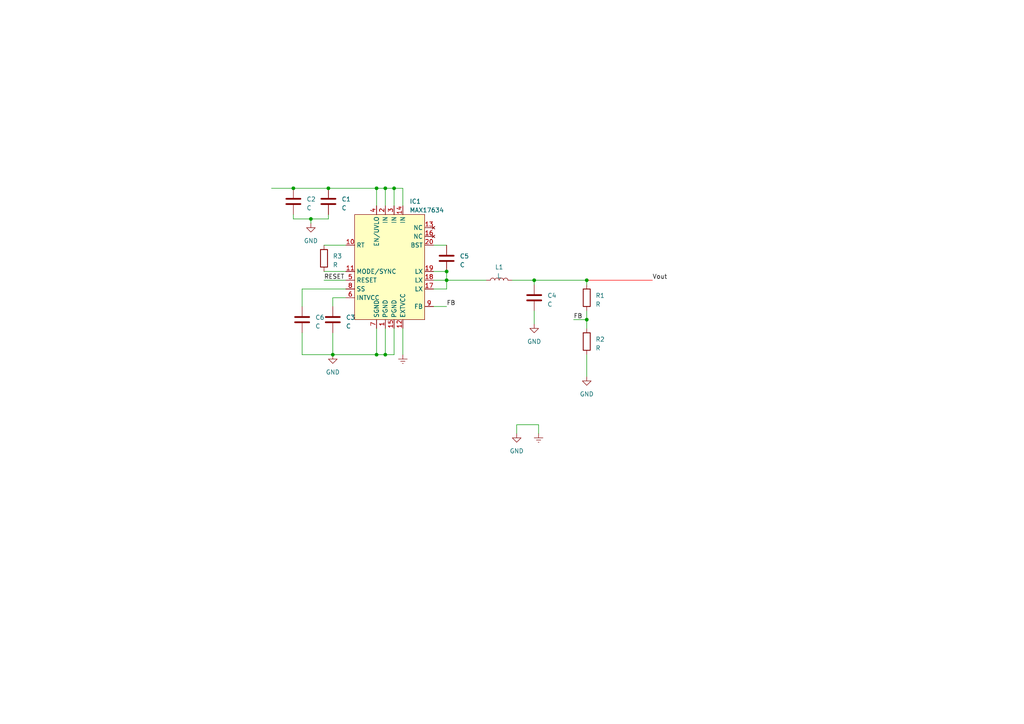
<source format=kicad_sch>
(kicad_sch (version 20230121) (generator eeschema)
  (paper "A4")
  (lib_symbols
    (symbol "Audio_DSP:MAX17634"
      (property "Reference" "IC" (at 10.16 19.05 0))
      (property "Value" "MAX17634" (at 10.16 16.51 0))
      (symbol "MAX17634_0_1"
        (rectangle (start -10.16 15.24) (end 10.16 -15.24) (fill (type background)))
      )
      (symbol "MAX17634_1_0"
        (pin no_connect line (at 12.7 8.89 180) (length 2.54) (name "NC") (number "16"))
      )
      (symbol "MAX17634_1_1"
        (pin passive line (at -1.27 -17.78 90) (length 2.54) (name "PGND") (number "1"))
        (pin passive line (at -12.7 6.35 0) (length 2.54) (name "RT") (number "10"))
        (pin passive line (at -12.7 -1.27 0) (length 2.54) (name "MODE/SYNC") (number "11"))
        (pin passive line (at 3.81 -17.78 90) (length 2.54) (name "EXTVCC") (number "12"))
        (pin no_connect line (at 12.7 11.43 180) (length 2.54) (name "NC") (number "13"))
        (pin power_in line (at 3.81 17.78 270) (length 2.54) (name "IN") (number "14"))
        (pin passive line (at 1.27 -17.78 90) (length 2.54) (name "PGND") (number "15"))
        (pin power_out line (at 12.7 -6.35 180) (length 2.54) (name "LX") (number "17"))
        (pin power_out line (at 12.7 -3.81 180) (length 2.54) (name "LX") (number "18"))
        (pin power_out line (at 12.7 -1.27 180) (length 2.54) (name "LX") (number "19"))
        (pin power_in line (at -1.27 17.78 270) (length 2.54) (name "IN") (number "2"))
        (pin passive line (at 12.7 6.35 180) (length 2.54) (name "BST") (number "20"))
        (pin power_in line (at 1.27 17.78 270) (length 2.54) (name "IN") (number "3"))
        (pin passive line (at -3.81 17.78 270) (length 2.54) (name "EN/UVLO") (number "4"))
        (pin passive line (at -12.7 -3.81 0) (length 2.54) (name "RESET") (number "5"))
        (pin power_in line (at -12.7 -8.89 0) (length 2.54) (name "INTVCC") (number "6"))
        (pin passive line (at -3.81 -17.78 90) (length 2.54) (name "SGND") (number "7"))
        (pin passive line (at -12.7 -6.35 0) (length 2.54) (name "SS") (number "8"))
        (pin passive line (at 12.7 -11.43 180) (length 2.54) (name "FB") (number "9"))
      )
    )
    (symbol "Device:C" (pin_numbers hide) (pin_names (offset 0.254))
      (property "Reference" "C" (at 0.635 2.54 0))
      (property "Value" "C" (at 0.635 -2.54 0))
      (symbol "C_0_1"
        (polyline (pts (xy -2.032 -0.762) (xy 2.032 -0.762)) (stroke (width 0.508)))
        (polyline (pts (xy -2.032 0.762) (xy 2.032 0.762)) (stroke (width 0.508)))
      )
      (symbol "C_1_1"
        (pin passive line (at 0 3.81 270) (length 2.794) (name "~") (number "1"))
        (pin passive line (at 0 -3.81 90) (length 2.794) (name "~") (number "2"))
      )
    )
    (symbol "Device:L" (pin_numbers hide) (pin_names (offset 1.016) hide)
      (property "Reference" "L" (at -1.27 0 90))
      (property "Value" "L" (at 1.905 0 90))
      (symbol "L_0_1"
        (arc (start 0 -2.54) (mid 0.6323 -1.905) (end 0 -1.27))
        (arc (start 0 -1.27) (mid 0.6323 -0.635) (end 0 0))
        (arc (start 0 0) (mid 0.6323 0.635) (end 0 1.27))
        (arc (start 0 1.27) (mid 0.6323 1.905) (end 0 2.54))
      )
      (symbol "L_1_1"
        (pin passive line (at 0 3.81 270) (length 1.27) (name "1") (number "1"))
        (pin passive line (at 0 -3.81 90) (length 1.27) (name "2") (number "2"))
      )
    )
    (symbol "Device:R" (pin_numbers hide) (pin_names (offset 0))
      (property "Reference" "R" (at 2.032 0 90))
      (property "Value" "R" (at 0 0 90))
      (symbol "R_0_1"
        (rectangle (start -1.016 -2.54) (end 1.016 2.54) (stroke (width 0.254)))
      )
      (symbol "R_1_1"
        (pin passive line (at 0 3.81 270) (length 1.27) (name "~") (number "1"))
        (pin passive line (at 0 -3.81 90) (length 1.27) (name "~") (number "2"))
      )
    )
    (symbol "power:Earth" (power) (pin_names (offset 0))
      (symbol "Earth_0_1"
        (polyline (pts (xy -0.635 -1.905) (xy 0.635 -1.905)))
        (polyline (pts (xy -0.127 -2.54) (xy 0.127 -2.54)))
        (polyline (pts (xy 0 -1.27) (xy 0 0)))
        (polyline (pts (xy 1.27 -1.27) (xy -1.27 -1.27)))
      )
      (symbol "Earth_1_1"
        (pin power_in line (at 0 0 270) (length 0) hide (name "Earth") (number "1"))
      )
    )
    (symbol "power:GND" (power) (pin_names (offset 0))
      (property "Value" "GND" (at 0 -3.81 0))
      (symbol "GND_0_1"
        (polyline (pts (xy 0 0) (xy 0 -1.27) (xy 1.27 -1.27) (xy 0 -2.54) (xy -1.27 -1.27) (xy 0 -1.27)))
      )
      (symbol "GND_1_1"
        (pin power_in line (at 0 0 270) (length 0) hide (name "GND") (number "1"))
      )
    )
  )
  (junction (at 170.18 92.71))
  (junction (at 109.22 102.87))
  (junction (at 90.17 63.5))
  (junction (at 114.3 54.61))
  (junction (at 111.76 54.61))
  (junction (at 154.94 81.28))
  (junction (at 170.18 81.28))
  (junction (at 85.09 54.61))
  (junction (at 129.54 78.74))
  (junction (at 109.22 54.61))
  (junction (at 129.54 81.28))
  (junction (at 95.25 54.61))
  (junction (at 111.76 102.87))
  (junction (at 96.52 102.87))
  (wire (pts (xy 125.73 88.9) (xy 129.54 88.9)))
  (wire (pts (xy 100.33 83.82) (xy 87.63 83.82)))
  (wire (pts (xy 154.94 81.28) (xy 148.59 81.28)))
  (wire (pts (xy 116.84 59.69) (xy 116.84 54.61)))
  (wire (pts (xy 109.22 59.69) (xy 109.22 54.61)))
  (wire (pts (xy 111.76 54.61) (xy 114.3 54.61)))
  (wire (pts (xy 170.18 81.28) (xy 189.23 81.28)) (stroke (width 0) (color 255 0 0 1)))
  (wire (pts (xy 85.09 62.23) (xy 85.09 63.5)))
  (wire (pts (xy 125.73 71.12) (xy 129.54 71.12)))
  (wire (pts (xy 129.54 81.28) (xy 129.54 78.74)))
  (wire (pts (xy 93.98 81.28) (xy 100.33 81.28)))
  (wire (pts (xy 87.63 96.52) (xy 87.63 102.87)))
  (wire (pts (xy 93.98 78.74) (xy 100.33 78.74)))
  (wire (pts (xy 125.73 78.74) (xy 129.54 78.74)))
  (wire (pts (xy 87.63 83.82) (xy 87.63 88.9)))
  (wire (pts (xy 109.22 54.61) (xy 111.76 54.61)))
  (wire (pts (xy 95.25 62.23) (xy 95.25 63.5)))
  (wire (pts (xy 111.76 95.25) (xy 111.76 102.87)))
  (wire (pts (xy 114.3 102.87) (xy 111.76 102.87)))
  (wire (pts (xy 85.09 54.61) (xy 95.25 54.61)))
  (wire (pts (xy 149.86 123.19) (xy 156.21 123.19)))
  (wire (pts (xy 96.52 86.36) (xy 96.52 88.9)))
  (wire (pts (xy 156.21 123.19) (xy 156.21 125.73)))
  (wire (pts (xy 125.73 81.28) (xy 129.54 81.28)))
  (wire (pts (xy 166.37 92.71) (xy 170.18 92.71)))
  (wire (pts (xy 95.25 63.5) (xy 90.17 63.5)))
  (wire (pts (xy 111.76 54.61) (xy 111.76 59.69)))
  (wire (pts (xy 170.18 81.28) (xy 170.18 82.55)))
  (wire (pts (xy 114.3 54.61) (xy 116.84 54.61)))
  (wire (pts (xy 170.18 102.87) (xy 170.18 109.22)))
  (wire (pts (xy 78.74 54.61) (xy 85.09 54.61)))
  (wire (pts (xy 154.94 90.17) (xy 154.94 93.98)))
  (wire (pts (xy 154.94 81.28) (xy 170.18 81.28)))
  (wire (pts (xy 129.54 83.82) (xy 129.54 81.28)))
  (wire (pts (xy 114.3 95.25) (xy 114.3 102.87)))
  (wire (pts (xy 109.22 95.25) (xy 109.22 102.87)))
  (wire (pts (xy 109.22 102.87) (xy 96.52 102.87)))
  (wire (pts (xy 149.86 125.73) (xy 149.86 123.19)))
  (wire (pts (xy 93.98 71.12) (xy 100.33 71.12)))
  (wire (pts (xy 100.33 86.36) (xy 96.52 86.36)))
  (wire (pts (xy 129.54 81.28) (xy 140.97 81.28)))
  (wire (pts (xy 85.09 63.5) (xy 90.17 63.5)))
  (wire (pts (xy 87.63 102.87) (xy 96.52 102.87)))
  (wire (pts (xy 90.17 63.5) (xy 90.17 64.77)))
  (wire (pts (xy 96.52 102.87) (xy 96.52 96.52)))
  (wire (pts (xy 154.94 81.28) (xy 154.94 82.55)))
  (wire (pts (xy 170.18 92.71) (xy 170.18 95.25)))
  (wire (pts (xy 114.3 54.61) (xy 114.3 59.69)))
  (wire (pts (xy 116.84 95.25) (xy 116.84 102.87)))
  (wire (pts (xy 95.25 54.61) (xy 109.22 54.61)))
  (wire (pts (xy 125.73 83.82) (xy 129.54 83.82)))
  (wire (pts (xy 111.76 102.87) (xy 109.22 102.87)))
  (wire (pts (xy 170.18 90.17) (xy 170.18 92.71)))
  (label "FB" (at 166.37 92.71 0))
  (label "RESET" (at 93.98 81.28 0))
  (label "Vout" (at 189.23 81.28 0))
  (label "FB" (at 129.54 88.9 0))
  (symbol (lib_id "Device:C") (at 95.25 58.42 0) (unit 1)
    (property "Reference" "C1" (at 99.06 57.785 0) (effects (justify left)))
    (property "Value" "C" (at 99.06 60.325 0) (effects (justify left)))
  )
  (symbol (lib_id "Device:R") (at 170.18 99.06 0) (unit 1)
    (property "Reference" "R2" (at 172.72 98.425 0) (effects (justify left)))
    (property "Value" "R" (at 172.72 100.965 0) (effects (justify left)))
  )
  (symbol (lib_id "power:Earth") (at 156.21 125.73 0) (unit 1)
    (property "Reference" "#PWR04" (effects hide))
    (property "Value" "Earth" (effects hide))
  )
  (symbol (lib_id "Device:C") (at 85.09 58.42 0) (unit 1)
    (property "Reference" "C2" (at 88.9 57.785 0) (effects (justify left)))
    (property "Value" "C" (at 88.9 60.325 0) (effects (justify left)))
  )
  (symbol (lib_id "Device:R") (at 93.98 74.93 0) (unit 1)
    (property "Reference" "R3" (at 96.52 74.295 0) (effects (justify left)))
    (property "Value" "R" (at 96.52 76.835 0) (effects (justify left)))
  )
  (symbol (lib_id "Device:C") (at 154.94 86.36 0) (unit 1)
    (property "Reference" "C4" (at 158.75 85.725 0) (effects (justify left)))
    (property "Value" "C" (at 158.75 88.265 0) (effects (justify left)))
  )
  (symbol (lib_id "power:GND") (at 90.17 64.77 0) (unit 1)
    (property "Reference" "#PWR06" (effects hide))
    (property "Value" "GND" (at 90.17 69.85 0))
  )
  (symbol (lib_id "power:GND") (at 154.94 93.98 0) (unit 1)
    (property "Reference" "#PWR05" (effects hide))
    (property "Value" "GND" (at 154.94 99.06 0))
  )
  (symbol (lib_id "power:GND") (at 96.52 102.87 0) (unit 1)
    (property "Reference" "#PWR01" (effects hide))
    (property "Value" "GND" (at 96.52 107.95 0))
  )
  (symbol (lib_id "power:GND") (at 170.18 109.22 0) (unit 1)
    (property "Reference" "#PWR07" (effects hide))
    (property "Value" "GND" (at 170.18 114.3 0))
  )
  (symbol (lib_id "Device:R") (at 170.18 86.36 0) (unit 1)
    (property "Reference" "R1" (at 172.72 85.725 0) (effects (justify left)))
    (property "Value" "R" (at 172.72 88.265 0) (effects (justify left)))
  )
  (symbol (lib_id "power:GND") (at 149.86 125.73 0) (unit 1)
    (property "Reference" "#PWR03" (effects hide))
    (property "Value" "GND" (at 149.86 130.81 0))
  )
  (symbol (lib_id "Device:C") (at 87.63 92.71 0) (unit 1)
    (property "Reference" "C6" (at 91.44 92.075 0) (effects (justify left)))
    (property "Value" "C" (at 91.44 94.615 0) (effects (justify left)))
  )
  (symbol (lib_id "Audio_DSP:MAX17634") (at 113.03 77.47 0) (unit 1)
    (property "Reference" "IC1" (at 118.7959 58.42 0) (effects (justify left)))
    (property "Value" "MAX17634" (at 118.7959 60.96 0) (effects (justify left)))
    (property "Footprint" "Package_DFN_QFN:TQFN-20-1EP_4x4mm_P0.5mm_EP2.9x2.9mm" (effects hide))
    (property "Datasheet" "https://www.analog.com/media/en/technical-documentation/data-sheets/MAX17634A-MAX17634C.pdf" (effects hide))
  )
  (symbol (lib_id "Device:C") (at 96.52 92.71 0) (unit 1)
    (property "Reference" "C3" (at 100.33 92.075 0) (effects (justify left)))
    (property "Value" "C" (at 100.33 94.615 0) (effects (justify left)))
  )
  (symbol (lib_id "Device:C") (at 129.54 74.93 0) (unit 1)
    (property "Reference" "C5" (at 133.35 74.295 0) (effects (justify left)))
    (property "Value" "C" (at 133.35 76.835 0) (effects (justify left)))
  )
  (symbol (lib_id "power:Earth") (at 116.84 102.87 0) (unit 1)
    (property "Reference" "#PWR02" (effects hide))
    (property "Value" "Earth" (effects hide))
  )
  (symbol (lib_id "Device:L") (at 144.78 81.28 90) (unit 1)
    (property "Reference" "L1" (at 144.78 77.47 90))
    (property "Value" "L" (at 144.78 80.01 90))
  )
)
</source>
